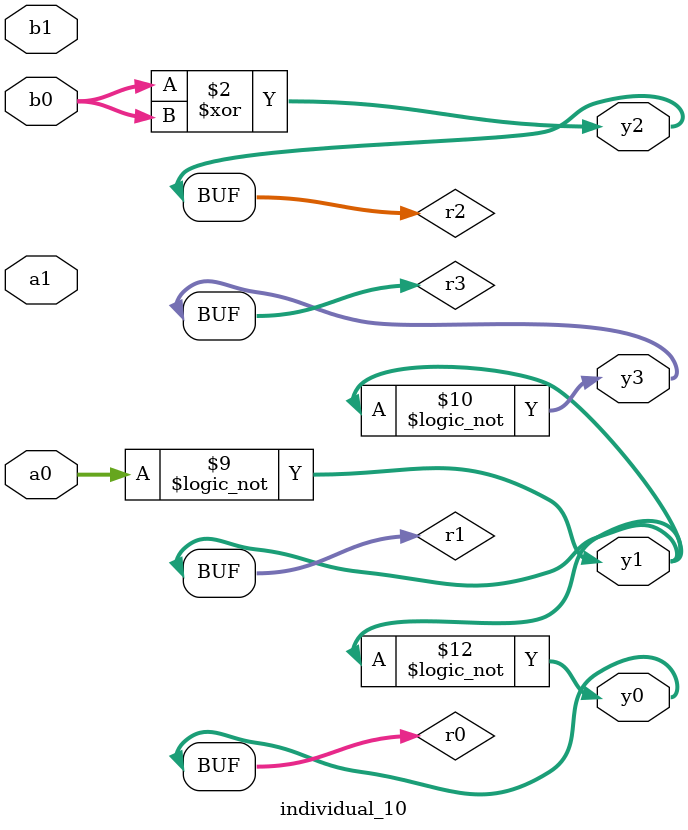
<source format=sv>
module individual_10(input logic [15:0] a1, input logic [15:0] a0, input logic [15:0] b1, input logic [15:0] b0, output logic [15:0] y3, output logic [15:0] y2, output logic [15:0] y1, output logic [15:0] y0);
logic [15:0] r0, r1, r2, r3; 
 always@(*) begin 
	 r0 = a0; r1 = a1; r2 = b0; r3 = b1; 
 	 r2  ^=  r2 ;
 	 r3  |=  r0 ;
 	 r1  &=  r3 ;
 	 r0  ^=  a0 ;
 	 r0  |=  r2 ;
 	 r1  &=  r0 ;
 	 r1  &=  r1 ;
 	 r1 = ! a0 ;
 	 r3 = ! r1 ;
 	 r0  |=  b1 ;
 	 r0 = ! r1 ;
 	 y3 = r3; y2 = r2; y1 = r1; y0 = r0; 
end
endmodule
</source>
